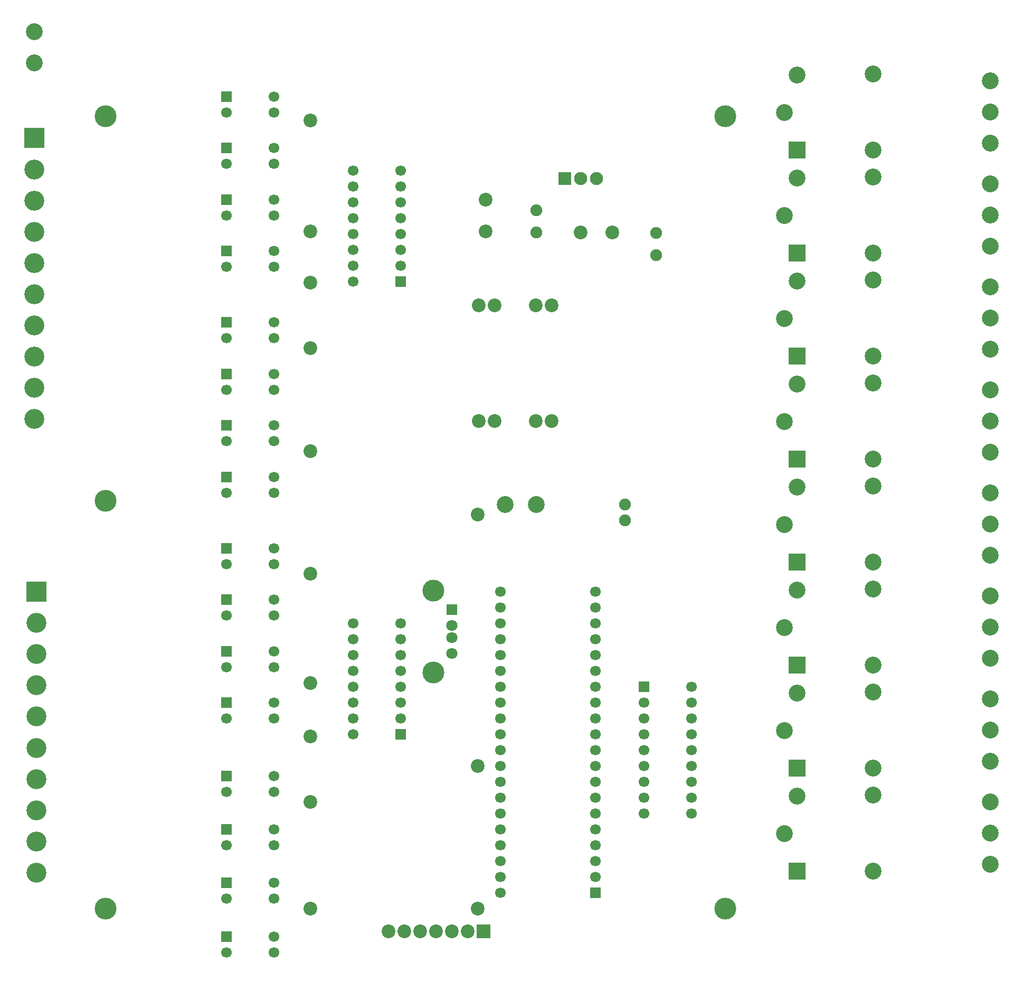
<source format=gbr>
G04 DipTrace 3.0.0.1*
G04 Âåðõíÿÿìàñêà.gbr*
%MOIN*%
G04 #@! TF.FileFunction,Soldermask,Top*
G04 #@! TF.Part,Single*
%ADD20C,0.066929*%
%ADD32C,0.074803*%
%ADD35C,0.066929*%
%ADD41C,0.137795*%
%ADD53R,0.086614X0.086614*%
%ADD54R,0.070866X0.070866*%
%ADD55C,0.125984*%
%ADD57R,0.125984X0.125984*%
%ADD63C,0.082677*%
%ADD64R,0.082677X0.082677*%
%ADD65R,0.066929X0.066929*%
%ADD70C,0.086614*%
%ADD71C,0.070866*%
%ADD72R,0.106299X0.106299*%
%ADD74C,0.106299*%
%ADD76C,0.137795*%
%ADD80C,0.106299*%
%ADD81C,0.086614*%
%ADD83C,0.074803*%
%FSLAX26Y26*%
G04*
G70*
G90*
G75*
G01*
G04 TopMask*
%LPD*%
D83*
X3719951Y5112451D3*
X3720345Y5250148D3*
D81*
X3401201Y5118693D3*
Y5318693D3*
X4001193Y5112450D3*
X4201193D3*
D83*
X4476201Y4968701D3*
X4476594Y5106398D3*
D80*
X3719951Y3393701D3*
X3523101D3*
D54*
X3188701Y2731201D3*
D71*
Y2632776D3*
Y2554035D3*
Y2455610D3*
D76*
X3070591Y2852067D3*
Y2334744D3*
D74*
X5288701Y5868701D3*
D72*
X5367441Y5632480D3*
D74*
Y6104921D3*
X5847756Y6112795D3*
Y5632480D3*
X5288701Y5218701D3*
D72*
X5367441Y4982480D3*
D74*
Y5454921D3*
X5847756Y5462795D3*
Y4982480D3*
X5288701Y4568701D3*
D72*
X5367441Y4332480D3*
D74*
Y4804921D3*
X5847756Y4812795D3*
Y4332480D3*
X5288701Y3918701D3*
D72*
X5367441Y3682480D3*
D74*
Y4154921D3*
X5847756Y4162795D3*
Y3682480D3*
X5288701Y3268701D3*
D72*
X5367441Y3032480D3*
D74*
Y3504921D3*
X5847756Y3512795D3*
Y3032480D3*
X5288701Y2618701D3*
D72*
X5367441Y2382480D3*
D74*
Y2854921D3*
X5847756Y2862795D3*
Y2382480D3*
X5288701Y1968701D3*
D72*
X5367441Y1732480D3*
D74*
Y2204921D3*
X5847756Y2212795D3*
Y1732480D3*
X5288701Y1318701D3*
D72*
X5367441Y1082480D3*
D74*
Y1554921D3*
X5847756Y1562795D3*
Y1082480D3*
D70*
X3357451Y4649951D3*
X3457451D3*
X3717451D3*
X3817451D3*
Y3919951D3*
X3717451D3*
X3357451D3*
X3457451D3*
D65*
X4400777Y2244213D3*
D35*
Y2144213D3*
Y2044213D3*
Y1944213D3*
Y1844213D3*
Y1744213D3*
Y1644213D3*
Y1544213D3*
Y1444213D3*
X4700777D3*
Y1544213D3*
Y1644213D3*
Y1744213D3*
Y1844213D3*
Y1944213D3*
Y2044213D3*
Y2144213D3*
Y2244213D3*
D65*
X2863701Y4799951D3*
D35*
Y4899951D3*
Y4999951D3*
Y5099951D3*
Y5199951D3*
Y5299951D3*
Y5399951D3*
Y5499951D3*
X2563701D3*
Y5399951D3*
Y5299951D3*
Y5199951D3*
Y5099951D3*
Y4999951D3*
Y4899951D3*
Y4799951D3*
D65*
X2863701Y1943701D3*
D35*
Y2043701D3*
Y2143701D3*
Y2243701D3*
Y2343701D3*
Y2443701D3*
Y2543701D3*
Y2643701D3*
X2563701D3*
Y2543701D3*
Y2443701D3*
Y2343701D3*
Y2243701D3*
Y2143701D3*
Y2043701D3*
Y1943701D3*
D65*
X4094951Y943701D3*
D35*
Y1043701D3*
Y1143701D3*
Y1243701D3*
Y1343701D3*
Y1443701D3*
Y1543701D3*
Y1643701D3*
Y1743701D3*
Y1843701D3*
Y1943701D3*
Y2043701D3*
Y2143701D3*
Y2243701D3*
Y2343701D3*
Y2443701D3*
Y2543701D3*
Y2643701D3*
Y2743701D3*
Y2843701D3*
X3494951D3*
Y2743701D3*
Y2643701D3*
Y2543701D3*
Y2443701D3*
Y2343701D3*
Y2243701D3*
Y2143701D3*
Y2043701D3*
Y1943701D3*
Y1843701D3*
Y1743701D3*
Y1643701D3*
Y1543701D3*
Y1443701D3*
Y1343701D3*
Y1243701D3*
Y1143701D3*
Y1043701D3*
Y943701D3*
D64*
X3901201Y5449951D3*
D63*
X4001201D3*
X4101201D3*
D32*
X4282450Y3393690D3*
Y3293690D3*
D65*
X1763701Y5968701D3*
D20*
Y5868701D3*
X2063701D3*
Y5968701D3*
D65*
X1763701Y5643701D3*
D20*
Y5543701D3*
X2063701D3*
Y5643701D3*
D65*
X1763701Y5318701D3*
D20*
Y5218701D3*
X2063701D3*
Y5318701D3*
D65*
X1763701Y4993701D3*
D20*
Y4893701D3*
X2063701D3*
Y4993701D3*
D65*
X1763701Y4543701D3*
D20*
Y4443701D3*
X2063701D3*
Y4543701D3*
D65*
X1763701Y4218701D3*
D20*
Y4118701D3*
X2063701D3*
Y4218701D3*
D65*
X1763701Y3893701D3*
D20*
Y3793701D3*
X2063701D3*
Y3893701D3*
D65*
X1763701Y3568701D3*
D20*
Y3468701D3*
X2063701D3*
Y3568701D3*
D65*
X1763701Y3118701D3*
D20*
Y3018701D3*
X2063701D3*
Y3118701D3*
D65*
X1763701Y2793701D3*
D20*
Y2693701D3*
X2063701D3*
Y2793701D3*
D65*
X1763701Y2468701D3*
D20*
Y2368701D3*
X2063701D3*
Y2468701D3*
D65*
X1763701Y2143701D3*
D20*
Y2043701D3*
X2063701D3*
Y2143701D3*
D65*
X1763701Y1681201D3*
D20*
Y1581201D3*
X2063701D3*
Y1681201D3*
D65*
X1763701Y1343701D3*
D20*
Y1243701D3*
X2063701D3*
Y1343701D3*
D65*
X1763701Y1006201D3*
D20*
Y906201D3*
X2063701D3*
Y1006201D3*
D65*
X1763701Y668701D3*
D20*
Y568701D3*
X2063701D3*
Y668701D3*
D57*
X551181Y5706201D3*
D55*
Y5509350D3*
Y5312500D3*
Y5115650D3*
Y4918799D3*
Y4721949D3*
Y4525098D3*
Y4328248D3*
Y4131398D3*
Y3934547D3*
D57*
X563701Y2843701D3*
D55*
Y2646850D3*
Y2450000D3*
Y2253150D3*
Y2056299D3*
Y1859449D3*
Y1662598D3*
Y1465748D3*
Y1268898D3*
Y1072047D3*
D53*
X3388701Y699951D3*
D70*
X3288701D3*
X3188701D3*
X3088701D3*
X2988701D3*
X2888701D3*
X2788701D3*
D74*
X551181Y6181201D3*
Y6378051D3*
X6588701Y6068701D3*
X6588696Y5871865D3*
Y5675014D3*
X6588701Y5418701D3*
X6588696Y5221865D3*
Y5025014D3*
X6588701Y4768701D3*
X6588696Y4571865D3*
Y4375014D3*
X6588701Y4118701D3*
X6588696Y3921865D3*
Y3725014D3*
X6588701Y3468701D3*
X6588696Y3271865D3*
Y3075014D3*
X6588701Y2818701D3*
X6588696Y2621865D3*
Y2425014D3*
X6588701Y2168701D3*
X6588696Y1971865D3*
Y1775014D3*
X6588701Y1518701D3*
X6588696Y1321865D3*
Y1125014D3*
D81*
X2294961Y843701D3*
Y1518701D3*
Y1931201D3*
Y2268701D3*
Y2956201D3*
Y3731201D3*
Y4381201D3*
Y4793701D3*
Y5118701D3*
Y5818701D3*
X3351201Y3331201D3*
X3351181Y1743701D3*
Y843701D3*
D41*
X4913701Y5843701D3*
Y843701D3*
X1001220Y5843701D3*
Y3418701D3*
Y843701D3*
M02*

</source>
